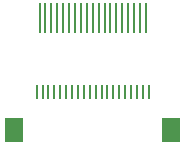
<source format=gtp>
G04 EAGLE Gerber RS-274X export*
G75*
%MOMM*%
%FSLAX34Y34*%
%LPD*%
%INTop Paste*%
%IPPOS*%
%AMOC8*
5,1,8,0,0,1.08239X$1,22.5*%
G01*
%ADD10R,0.250000X1.250000*%
%ADD11R,1.650000X2.050000*%
%ADD12R,0.280000X2.600000*%


D10*
X32500Y59500D03*
X37500Y59500D03*
X42500Y59500D03*
X47500Y59500D03*
X52500Y59500D03*
X57500Y59500D03*
X62500Y59500D03*
X67500Y59500D03*
X72500Y59500D03*
X77500Y59500D03*
X82500Y59500D03*
X87500Y59500D03*
X92500Y59500D03*
X97500Y59500D03*
X102500Y59500D03*
X107500Y59500D03*
X112500Y59500D03*
X117500Y59500D03*
X122500Y59500D03*
X127500Y59500D03*
D11*
X146500Y27000D03*
X13500Y27000D03*
D12*
X80000Y122000D03*
X75000Y122000D03*
X70000Y122000D03*
X65000Y122000D03*
X60000Y122000D03*
X55000Y122000D03*
X50000Y122000D03*
X45000Y122000D03*
X85000Y122000D03*
X90000Y122000D03*
X95000Y122000D03*
X100000Y122000D03*
X105000Y122000D03*
X110000Y122000D03*
X115000Y122000D03*
X40000Y122000D03*
X35000Y122000D03*
X120000Y122000D03*
X125000Y122000D03*
M02*

</source>
